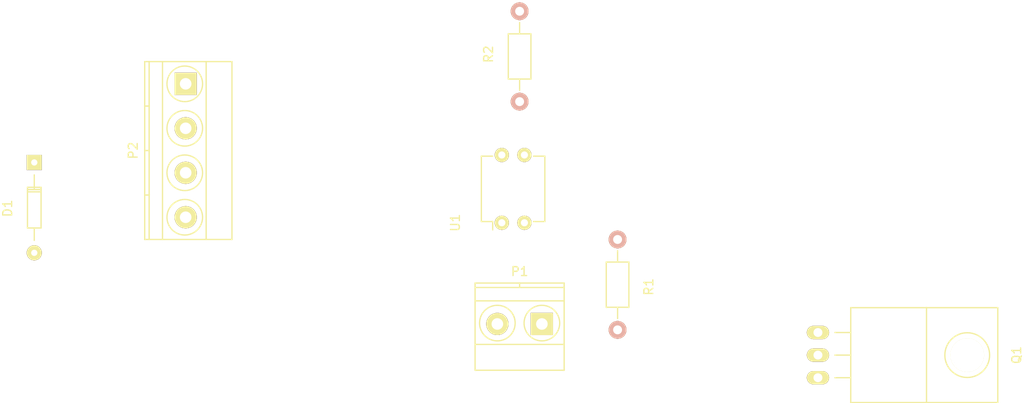
<source format=kicad_pcb>
(kicad_pcb (version 4) (host pcbnew 4.0.1-stable)

  (general
    (links 12)
    (no_connects 12)
    (area 120.375 37.874999 235.7762 83.609001)
    (thickness 1.6)
    (drawings 0)
    (tracks 0)
    (zones 0)
    (modules 7)
    (nets 8)
  )

  (page A4)
  (layers
    (0 F.Cu signal)
    (31 B.Cu signal)
    (32 B.Adhes user)
    (33 F.Adhes user)
    (34 B.Paste user)
    (35 F.Paste user)
    (36 B.SilkS user)
    (37 F.SilkS user)
    (38 B.Mask user)
    (39 F.Mask user)
    (40 Dwgs.User user)
    (41 Cmts.User user)
    (42 Eco1.User user)
    (43 Eco2.User user)
    (44 Edge.Cuts user)
    (45 Margin user)
    (46 B.CrtYd user)
    (47 F.CrtYd user)
    (48 B.Fab user)
    (49 F.Fab user)
  )

  (setup
    (last_trace_width 0.25)
    (trace_clearance 0.2)
    (zone_clearance 0.508)
    (zone_45_only no)
    (trace_min 0.2)
    (segment_width 0.2)
    (edge_width 0.15)
    (via_size 1.2)
    (via_drill 0.4)
    (via_min_size 0.4)
    (via_min_drill 0.3)
    (uvia_size 0.3)
    (uvia_drill 0.1)
    (uvias_allowed no)
    (uvia_min_size 0.2)
    (uvia_min_drill 0.1)
    (pcb_text_width 0.3)
    (pcb_text_size 1.5 1.5)
    (mod_edge_width 0.15)
    (mod_text_size 1 1)
    (mod_text_width 0.15)
    (pad_size 1.524 1.524)
    (pad_drill 0.762)
    (pad_to_mask_clearance 0.2)
    (aux_axis_origin 0 0)
    (visible_elements 7FFFFFFF)
    (pcbplotparams
      (layerselection 0x00030_80000001)
      (usegerberextensions false)
      (excludeedgelayer true)
      (linewidth 0.100000)
      (plotframeref false)
      (viasonmask false)
      (mode 1)
      (useauxorigin false)
      (hpglpennumber 1)
      (hpglpenspeed 20)
      (hpglpendiameter 15)
      (hpglpenoverlay 2)
      (psnegative false)
      (psa4output false)
      (plotreference true)
      (plotvalue true)
      (plotinvisibletext false)
      (padsonsilk false)
      (subtractmaskfromsilk false)
      (outputformat 1)
      (mirror false)
      (drillshape 1)
      (scaleselection 1)
      (outputdirectory ""))
  )

  (net 0 "")
  (net 1 MOTOR-)
  (net 2 MOTOR+)
  (net 3 GND_CTRL)
  (net 4 SIGNAL)
  (net 5 GND)
  (net 6 "Net-(Q1-Pad1)")
  (net 7 "Net-(R1-Pad1)")

  (net_class Default "Este es el tipo de red por defecto."
    (clearance 0.2)
    (trace_width 0.25)
    (via_dia 1.2)
    (via_drill 0.4)
    (uvia_dia 0.3)
    (uvia_drill 0.1)
    (add_net GND)
    (add_net GND_CTRL)
    (add_net MOTOR+)
    (add_net MOTOR-)
    (add_net "Net-(Q1-Pad1)")
    (add_net "Net-(R1-Pad1)")
    (add_net SIGNAL)
  )

  (module Diodes_ThroughHole:Diode_DO-35_SOD27_Horizontal_RM10 (layer F.Cu) (tedit 552FFC30) (tstamp 576B1C0A)
    (at 124.49746 56.33948 270)
    (descr "Diode, DO-35,  SOD27, Horizontal, RM 10mm")
    (tags "Diode, DO-35, SOD27, Horizontal, RM 10mm, 1N4148,")
    (path /576ACAE7)
    (fp_text reference D1 (at 5.16052 2.99746 270) (layer F.SilkS)
      (effects (font (size 1 1) (thickness 0.15)))
    )
    (fp_text value D (at 4.41452 -3.55854 270) (layer F.Fab)
      (effects (font (size 1 1) (thickness 0.15)))
    )
    (fp_line (start 7.36652 -0.00254) (end 8.76352 -0.00254) (layer F.SilkS) (width 0.15))
    (fp_line (start 2.92152 -0.00254) (end 1.39752 -0.00254) (layer F.SilkS) (width 0.15))
    (fp_line (start 3.30252 -0.76454) (end 3.30252 0.75946) (layer F.SilkS) (width 0.15))
    (fp_line (start 3.04852 -0.76454) (end 3.04852 0.75946) (layer F.SilkS) (width 0.15))
    (fp_line (start 2.79452 -0.00254) (end 2.79452 0.75946) (layer F.SilkS) (width 0.15))
    (fp_line (start 2.79452 0.75946) (end 7.36652 0.75946) (layer F.SilkS) (width 0.15))
    (fp_line (start 7.36652 0.75946) (end 7.36652 -0.76454) (layer F.SilkS) (width 0.15))
    (fp_line (start 7.36652 -0.76454) (end 2.79452 -0.76454) (layer F.SilkS) (width 0.15))
    (fp_line (start 2.79452 -0.76454) (end 2.79452 -0.00254) (layer F.SilkS) (width 0.15))
    (pad 2 thru_hole circle (at 10.16052 -0.00254 90) (size 1.69926 1.69926) (drill 0.70104) (layers *.Cu *.Mask F.SilkS)
      (net 1 MOTOR-))
    (pad 1 thru_hole rect (at 0.00052 -0.00254 90) (size 1.69926 1.69926) (drill 0.70104) (layers *.Cu *.Mask F.SilkS)
      (net 2 MOTOR+))
    (model Diodes_ThroughHole.3dshapes/Diode_DO-35_SOD27_Horizontal_RM10.wrl
      (at (xyz 0.2 0 0))
      (scale (xyz 0.4 0.4 0.4))
      (rotate (xyz 0 0 180))
    )
  )

  (module Terminal_Blocks:TerminalBlock_Pheonix_MKDS1.5-2pol (layer F.Cu) (tedit 563007E4) (tstamp 576B1C1E)
    (at 181.5 74.5 180)
    (descr "2-way 5mm pitch terminal block, Phoenix MKDS series")
    (path /576AE373)
    (fp_text reference P1 (at 2.5 5.9 180) (layer F.SilkS)
      (effects (font (size 1 1) (thickness 0.15)))
    )
    (fp_text value CONN_01X02 (at 2.5 -6.6 180) (layer F.Fab)
      (effects (font (size 1 1) (thickness 0.15)))
    )
    (fp_line (start -2.7 -5.4) (end 7.7 -5.4) (layer F.CrtYd) (width 0.05))
    (fp_line (start -2.7 4.8) (end -2.7 -5.4) (layer F.CrtYd) (width 0.05))
    (fp_line (start 7.7 4.8) (end -2.7 4.8) (layer F.CrtYd) (width 0.05))
    (fp_line (start 7.7 -5.4) (end 7.7 4.8) (layer F.CrtYd) (width 0.05))
    (fp_line (start 2.5 4.1) (end 2.5 4.6) (layer F.SilkS) (width 0.15))
    (fp_circle (center 5 0.1) (end 3 0.1) (layer F.SilkS) (width 0.15))
    (fp_circle (center 0 0.1) (end 2 0.1) (layer F.SilkS) (width 0.15))
    (fp_line (start -2.5 2.6) (end 7.5 2.6) (layer F.SilkS) (width 0.15))
    (fp_line (start -2.5 -2.3) (end 7.5 -2.3) (layer F.SilkS) (width 0.15))
    (fp_line (start -2.5 4.1) (end 7.5 4.1) (layer F.SilkS) (width 0.15))
    (fp_line (start -2.5 4.6) (end 7.5 4.6) (layer F.SilkS) (width 0.15))
    (fp_line (start 7.5 4.6) (end 7.5 -5.2) (layer F.SilkS) (width 0.15))
    (fp_line (start 7.5 -5.2) (end -2.5 -5.2) (layer F.SilkS) (width 0.15))
    (fp_line (start -2.5 -5.2) (end -2.5 4.6) (layer F.SilkS) (width 0.15))
    (pad 1 thru_hole rect (at 0 0 180) (size 2.5 2.5) (drill 1.3) (layers *.Cu *.Mask F.SilkS)
      (net 3 GND_CTRL))
    (pad 2 thru_hole circle (at 5 0 180) (size 2.5 2.5) (drill 1.3) (layers *.Cu *.Mask F.SilkS)
      (net 4 SIGNAL))
    (model Terminal_Blocks.3dshapes/TerminalBlock_Pheonix_MKDS1.5-2pol.wrl
      (at (xyz 0.0984 0 0))
      (scale (xyz 1 1 1))
      (rotate (xyz 0 0 0))
    )
  )

  (module Terminal_Blocks:TerminalBlock_Pheonix_MKDS1.5-4pol (layer F.Cu) (tedit 56300847) (tstamp 576B1C38)
    (at 141.5 47.5 270)
    (descr "4-way 5mm pitch terminal block, Phoenix MKDS series")
    (path /576B05B1)
    (fp_text reference P2 (at 7.5 5.9 270) (layer F.SilkS)
      (effects (font (size 1 1) (thickness 0.15)))
    )
    (fp_text value CONN_01X04 (at 7.5 -6.6 270) (layer F.Fab)
      (effects (font (size 1 1) (thickness 0.15)))
    )
    (fp_line (start -2.7 -5.4) (end 17.7 -5.4) (layer F.CrtYd) (width 0.05))
    (fp_line (start -2.7 4.8) (end -2.7 -5.4) (layer F.CrtYd) (width 0.05))
    (fp_line (start 17.7 4.8) (end -2.7 4.8) (layer F.CrtYd) (width 0.05))
    (fp_line (start 17.7 -5.4) (end 17.7 4.8) (layer F.CrtYd) (width 0.05))
    (fp_line (start 12.5 4.1) (end 12.5 4.6) (layer F.SilkS) (width 0.15))
    (fp_circle (center 15 0.1) (end 13 0.1) (layer F.SilkS) (width 0.15))
    (fp_circle (center 10 0.1) (end 8 0.1) (layer F.SilkS) (width 0.15))
    (fp_line (start 7.5 4.1) (end 7.5 4.6) (layer F.SilkS) (width 0.15))
    (fp_line (start 2.5 4.1) (end 2.5 4.6) (layer F.SilkS) (width 0.15))
    (fp_circle (center 5 0.1) (end 3 0.1) (layer F.SilkS) (width 0.15))
    (fp_circle (center 0 0.1) (end 2 0.1) (layer F.SilkS) (width 0.15))
    (fp_line (start -2.5 2.6) (end 17.5 2.6) (layer F.SilkS) (width 0.15))
    (fp_line (start -2.5 -2.3) (end 17.5 -2.3) (layer F.SilkS) (width 0.15))
    (fp_line (start -2.5 4.1) (end 17.5 4.1) (layer F.SilkS) (width 0.15))
    (fp_line (start -2.5 4.6) (end 17.5 4.6) (layer F.SilkS) (width 0.15))
    (fp_line (start 17.5 4.6) (end 17.5 -5.2) (layer F.SilkS) (width 0.15))
    (fp_line (start 17.5 -5.2) (end -2.5 -5.2) (layer F.SilkS) (width 0.15))
    (fp_line (start -2.5 -5.2) (end -2.5 4.6) (layer F.SilkS) (width 0.15))
    (pad 4 thru_hole circle (at 15 0 270) (size 2.5 2.5) (drill 1.3) (layers *.Cu *.Mask F.SilkS)
      (net 1 MOTOR-))
    (pad 3 thru_hole circle (at 10 0 270) (size 2.5 2.5) (drill 1.3) (layers *.Cu *.Mask F.SilkS)
      (net 2 MOTOR+))
    (pad 1 thru_hole rect (at 0 0 270) (size 2.5 2.5) (drill 1.3) (layers *.Cu *.Mask F.SilkS)
      (net 2 MOTOR+))
    (pad 2 thru_hole circle (at 5 0 270) (size 2.5 2.5) (drill 1.3) (layers *.Cu *.Mask F.SilkS)
      (net 5 GND))
    (model Terminal_Blocks.3dshapes/TerminalBlock_Pheonix_MKDS1.5-4pol.wrl
      (at (xyz 0.2953 0 0))
      (scale (xyz 1 1 1))
      (rotate (xyz 0 0 0))
    )
  )

  (module TO_SOT_Packages_THT:TO-220_Neutral123_Horizontal (layer F.Cu) (tedit 0) (tstamp 576B1C4C)
    (at 212.5 78 270)
    (descr "TO-220, Neutral, Horizontal,")
    (tags "TO-220, Neutral, Horizontal,")
    (path /576ACB5C)
    (fp_text reference Q1 (at 0 -22.3012 270) (layer F.SilkS)
      (effects (font (size 1 1) (thickness 0.15)))
    )
    (fp_text value IRF540N (at -0.29972 3.44932 270) (layer F.Fab)
      (effects (font (size 1 1) (thickness 0.15)))
    )
    (fp_circle (center 0 -16.764) (end 1.778 -14.986) (layer F.SilkS) (width 0.15))
    (fp_line (start -2.54 -3.683) (end -2.54 -1.905) (layer F.SilkS) (width 0.15))
    (fp_line (start 0 -3.683) (end 0 -1.905) (layer F.SilkS) (width 0.15))
    (fp_line (start 2.54 -3.683) (end 2.54 -1.905) (layer F.SilkS) (width 0.15))
    (fp_line (start 5.334 -12.192) (end 5.334 -20.193) (layer F.SilkS) (width 0.15))
    (fp_line (start 5.334 -20.193) (end -5.334 -20.193) (layer F.SilkS) (width 0.15))
    (fp_line (start -5.334 -20.193) (end -5.334 -12.192) (layer F.SilkS) (width 0.15))
    (fp_line (start 5.334 -3.683) (end 5.334 -12.192) (layer F.SilkS) (width 0.15))
    (fp_line (start 5.334 -12.192) (end -5.334 -12.192) (layer F.SilkS) (width 0.15))
    (fp_line (start -5.334 -12.192) (end -5.334 -3.683) (layer F.SilkS) (width 0.15))
    (fp_line (start 0 -3.683) (end -5.334 -3.683) (layer F.SilkS) (width 0.15))
    (fp_line (start 0 -3.683) (end 5.334 -3.683) (layer F.SilkS) (width 0.15))
    (pad 2 thru_hole oval (at 0 0) (size 2.49936 1.50114) (drill 1.00076) (layers *.Cu *.Mask F.SilkS)
      (net 1 MOTOR-))
    (pad 1 thru_hole oval (at -2.54 0) (size 2.49936 1.50114) (drill 1.00076) (layers *.Cu *.Mask F.SilkS)
      (net 6 "Net-(Q1-Pad1)"))
    (pad 3 thru_hole oval (at 2.54 0) (size 2.49936 1.50114) (drill 1.00076) (layers *.Cu *.Mask F.SilkS)
      (net 5 GND))
    (pad "" np_thru_hole circle (at 0 -16.764) (size 3.79984 3.79984) (drill 3.79984) (layers *.Cu *.Mask F.SilkS))
    (model TO_SOT_Packages_THT.3dshapes/TO-220_Neutral123_Horizontal.wrl
      (at (xyz 0 0 0))
      (scale (xyz 0.3937 0.3937 0.3937))
      (rotate (xyz 0 0 0))
    )
  )

  (module Resistors_ThroughHole:Resistor_Horizontal_RM10mm (layer F.Cu) (tedit 56648415) (tstamp 576B1C5C)
    (at 190 65 270)
    (descr "Resistor, Axial,  RM 10mm, 1/3W")
    (tags "Resistor Axial RM 10mm 1/3W")
    (path /576AAD86)
    (fp_text reference R1 (at 5.32892 -3.50012 270) (layer F.SilkS)
      (effects (font (size 1 1) (thickness 0.15)))
    )
    (fp_text value 470 (at 5.08 3.81 270) (layer F.Fab)
      (effects (font (size 1 1) (thickness 0.15)))
    )
    (fp_line (start -1.25 -1.5) (end 11.4 -1.5) (layer F.CrtYd) (width 0.05))
    (fp_line (start -1.25 1.5) (end -1.25 -1.5) (layer F.CrtYd) (width 0.05))
    (fp_line (start 11.4 -1.5) (end 11.4 1.5) (layer F.CrtYd) (width 0.05))
    (fp_line (start -1.25 1.5) (end 11.4 1.5) (layer F.CrtYd) (width 0.05))
    (fp_line (start 2.54 -1.27) (end 7.62 -1.27) (layer F.SilkS) (width 0.15))
    (fp_line (start 7.62 -1.27) (end 7.62 1.27) (layer F.SilkS) (width 0.15))
    (fp_line (start 7.62 1.27) (end 2.54 1.27) (layer F.SilkS) (width 0.15))
    (fp_line (start 2.54 1.27) (end 2.54 -1.27) (layer F.SilkS) (width 0.15))
    (fp_line (start 2.54 0) (end 1.27 0) (layer F.SilkS) (width 0.15))
    (fp_line (start 7.62 0) (end 8.89 0) (layer F.SilkS) (width 0.15))
    (pad 1 thru_hole circle (at 0 0 270) (size 1.99898 1.99898) (drill 1.00076) (layers *.Cu *.SilkS *.Mask)
      (net 7 "Net-(R1-Pad1)"))
    (pad 2 thru_hole circle (at 10.16 0 270) (size 1.99898 1.99898) (drill 1.00076) (layers *.Cu *.SilkS *.Mask)
      (net 3 GND_CTRL))
    (model Resistors_ThroughHole.3dshapes/Resistor_Horizontal_RM10mm.wrl
      (at (xyz 0.2 0 0))
      (scale (xyz 0.4 0.4 0.4))
      (rotate (xyz 0 0 0))
    )
  )

  (module Resistors_ThroughHole:Resistor_Horizontal_RM10mm (layer F.Cu) (tedit 56648415) (tstamp 576B1C6C)
    (at 179 49.5 90)
    (descr "Resistor, Axial,  RM 10mm, 1/3W")
    (tags "Resistor Axial RM 10mm 1/3W")
    (path /576ACC33)
    (fp_text reference R2 (at 5.32892 -3.50012 90) (layer F.SilkS)
      (effects (font (size 1 1) (thickness 0.15)))
    )
    (fp_text value 1K (at 5.08 3.81 90) (layer F.Fab)
      (effects (font (size 1 1) (thickness 0.15)))
    )
    (fp_line (start -1.25 -1.5) (end 11.4 -1.5) (layer F.CrtYd) (width 0.05))
    (fp_line (start -1.25 1.5) (end -1.25 -1.5) (layer F.CrtYd) (width 0.05))
    (fp_line (start 11.4 -1.5) (end 11.4 1.5) (layer F.CrtYd) (width 0.05))
    (fp_line (start -1.25 1.5) (end 11.4 1.5) (layer F.CrtYd) (width 0.05))
    (fp_line (start 2.54 -1.27) (end 7.62 -1.27) (layer F.SilkS) (width 0.15))
    (fp_line (start 7.62 -1.27) (end 7.62 1.27) (layer F.SilkS) (width 0.15))
    (fp_line (start 7.62 1.27) (end 2.54 1.27) (layer F.SilkS) (width 0.15))
    (fp_line (start 2.54 1.27) (end 2.54 -1.27) (layer F.SilkS) (width 0.15))
    (fp_line (start 2.54 0) (end 1.27 0) (layer F.SilkS) (width 0.15))
    (fp_line (start 7.62 0) (end 8.89 0) (layer F.SilkS) (width 0.15))
    (pad 1 thru_hole circle (at 0 0 90) (size 1.99898 1.99898) (drill 1.00076) (layers *.Cu *.SilkS *.Mask)
      (net 6 "Net-(Q1-Pad1)"))
    (pad 2 thru_hole circle (at 10.16 0 90) (size 1.99898 1.99898) (drill 1.00076) (layers *.Cu *.SilkS *.Mask)
      (net 5 GND))
    (model Resistors_ThroughHole.3dshapes/Resistor_Horizontal_RM10mm.wrl
      (at (xyz 0.2 0 0))
      (scale (xyz 0.4 0.4 0.4))
      (rotate (xyz 0 0 0))
    )
  )

  (module Housings_DIP:DIP-4_W7.62mm (layer F.Cu) (tedit 54130A77) (tstamp 576B1C7F)
    (at 177 63.12 90)
    (descr "4-lead dip package, row spacing 7.62 mm (300 mils)")
    (tags "dil dip 2.54 300")
    (path /576AAC63)
    (fp_text reference U1 (at 0 -5.22 90) (layer F.SilkS)
      (effects (font (size 1 1) (thickness 0.15)))
    )
    (fp_text value PC817 (at 0 -3.72 90) (layer F.Fab)
      (effects (font (size 1 1) (thickness 0.15)))
    )
    (fp_line (start -1.05 -2.45) (end -1.05 5) (layer F.CrtYd) (width 0.05))
    (fp_line (start 8.65 -2.45) (end 8.65 5) (layer F.CrtYd) (width 0.05))
    (fp_line (start -1.05 -2.45) (end 8.65 -2.45) (layer F.CrtYd) (width 0.05))
    (fp_line (start -1.05 5) (end 8.65 5) (layer F.CrtYd) (width 0.05))
    (fp_line (start 0.135 -2.295) (end 0.135 -1.025) (layer F.SilkS) (width 0.15))
    (fp_line (start 7.485 -2.295) (end 7.485 -1.025) (layer F.SilkS) (width 0.15))
    (fp_line (start 7.485 4.835) (end 7.485 3.565) (layer F.SilkS) (width 0.15))
    (fp_line (start 0.135 4.835) (end 0.135 3.565) (layer F.SilkS) (width 0.15))
    (fp_line (start 0.135 -2.295) (end 7.485 -2.295) (layer F.SilkS) (width 0.15))
    (fp_line (start 0.135 4.835) (end 7.485 4.835) (layer F.SilkS) (width 0.15))
    (fp_line (start 0.135 -1.025) (end -0.8 -1.025) (layer F.SilkS) (width 0.15))
    (pad 1 thru_hole oval (at 0 0 90) (size 1.6 1.6) (drill 0.8) (layers *.Cu *.Mask F.SilkS)
      (net 4 SIGNAL))
    (pad 2 thru_hole oval (at 0 2.54 90) (size 1.6 1.6) (drill 0.8) (layers *.Cu *.Mask F.SilkS)
      (net 7 "Net-(R1-Pad1)"))
    (pad 3 thru_hole oval (at 7.62 2.54 90) (size 1.6 1.6) (drill 0.8) (layers *.Cu *.Mask F.SilkS)
      (net 6 "Net-(Q1-Pad1)"))
    (pad 4 thru_hole oval (at 7.62 0 90) (size 1.6 1.6) (drill 0.8) (layers *.Cu *.Mask F.SilkS)
      (net 2 MOTOR+))
    (model Housings_DIP.3dshapes/DIP-4_W7.62mm.wrl
      (at (xyz 0 0 0))
      (scale (xyz 1 1 1))
      (rotate (xyz 0 0 0))
    )
  )

)

</source>
